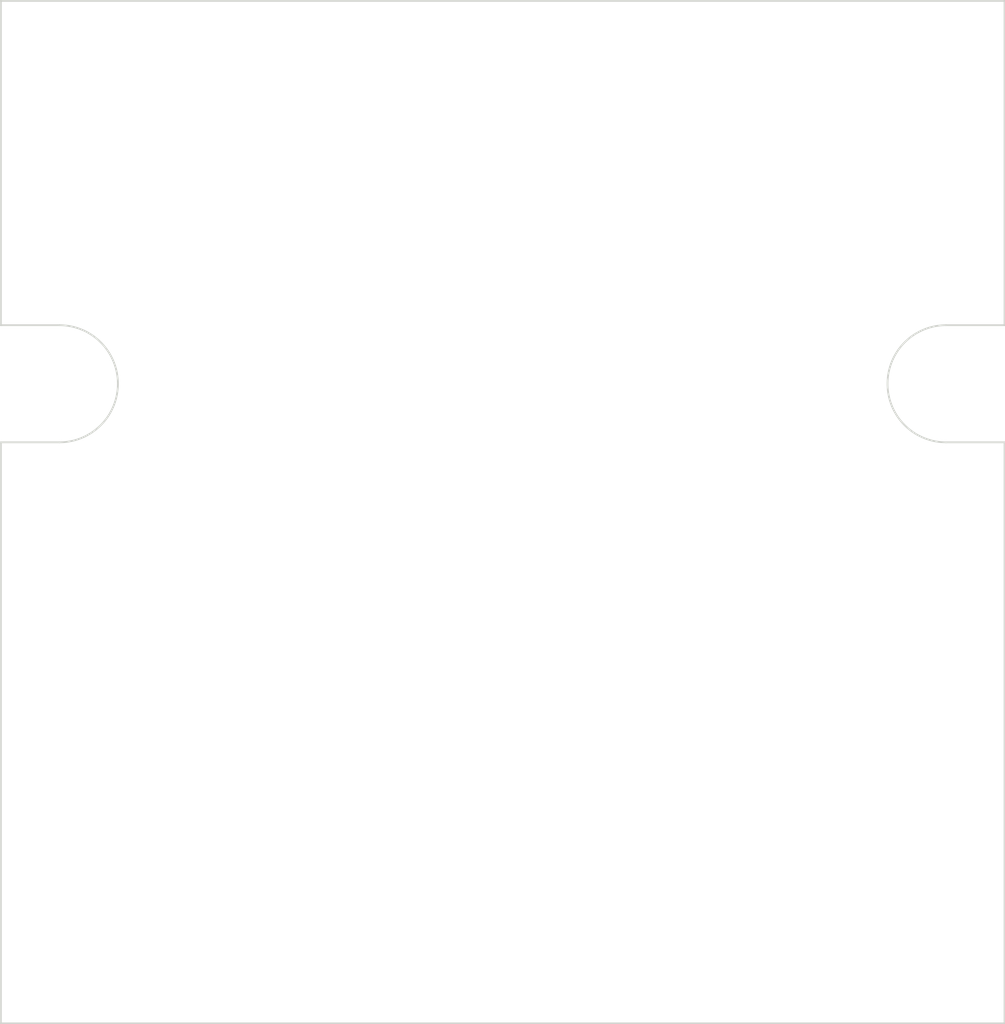
<source format=kicad_pcb>
(kicad_pcb (version 20240108) (generator "pcbnew") (generator_version "8.0")
  (title_block (title "Enter Title On Page Setting Dialog") (rev "1") (company "Ashton Johnson"))
  (layers (0 "F.Cu" signal) (31 "B.Cu" signal) (35 "F.Paste" user) (36 "B.SilkS" user "B.Silkscreen") (37 "F.SilkS" user "F.Silkscreen") (38 "B.Mask" user) (39 "F.Mask" user) (44 "Edge.Cuts" user))
  (net 0 "")
  (footprint "MountingHole:MountingHole_3.2mm_M3_ISO7380" (layer "F.Cu") (at 142.418 85.268)
    (property "Reference" "MH4" (hide yes))
    (property "Value" "MountingHole_3.2mm_M3_ISO7380" (hide yes))
    (pad "" np_thru_hole circle (at 0 0) (size 3.2 3.2) (drill 3.2) (layers "*.Cu" "*.Mask"))
  )
  (footprint "MountingHole:MountingHole_3.2mm_M3_ISO7380" (layer "F.Cu") (at 114.224 85.268)
    (property "Reference" "MH2" (hide yes))
    (property "Value" "MountingHole_3.2mm_M3_ISO7380" (hide yes))
    (pad "" np_thru_hole circle (at 0 0) (size 3.2 3.2) (drill 3.2) (layers "*.Cu" "*.Mask"))
  )
  (footprint "MountingHole:MountingHole_3.2mm_M3_ISO7380" (layer "F.Cu") (at 142.418 57.074)
    (property "Reference" "MH3" (hide yes))
    (property "Value" "MountingHole_3.2mm_M3_ISO7380" (hide yes))
    (pad "" np_thru_hole circle (at 0 0) (size 3.2 3.2) (drill 3.2) (layers "*.Cu" "*.Mask"))
  )
  (footprint "MountingHole:MountingHole_3.2mm_M3_ISO7380" (layer "F.Cu") (at 114.224 57.074)
    (property "Reference" "MH1" (hide yes))
    (property "Value" "MountingHole_3.2mm_M3_ISO7380" (hide yes))
    (pad "" np_thru_hole circle (at 0 0) (size 3.2 3.2) (drill 3.2) (layers "*.Cu" "*.Mask"))
  )
  (gr_line (start 100 60.63) (end 100 42.342) (stroke (width 0.1)) (layer "Edge.Cuts"))
  (gr_arc (start 153.34 67.234) (mid 150.038 63.932) (end 153.34 60.63) (stroke (width 0.1)) (layer "Edge.Cuts"))
  (gr_line (start 156.642 60.63) (end 156.642 42.342) (stroke (width 0.1)) (layer "Edge.Cuts"))
  (gr_line (start 100 100) (end 156.642 100) (stroke (width 0.1)) (layer "Edge.Cuts"))
  (gr_line (start 103.302 67.234) (end 100 67.234) (stroke (width 0.1)) (layer "Edge.Cuts"))
  (gr_arc (start 103.302 60.63) (mid 106.604 63.932) (end 103.302 67.234) (stroke (width 0.1)) (layer "Edge.Cuts"))
  (gr_line (start 153.34 67.234) (end 156.642 67.234) (stroke (width 0.1)) (layer "Edge.Cuts"))
  (gr_line (start 103.302 60.63) (end 100 60.63) (stroke (width 0.1)) (layer "Edge.Cuts"))
  (gr_line (start 100 67.234) (end 100 100) (stroke (width 0.1)) (layer "Edge.Cuts"))
  (gr_line (start 156.642 42.342) (end 100 42.342) (stroke (width 0.1)) (layer "Edge.Cuts"))
  (gr_line (start 153.34 60.63) (end 156.642 60.63) (stroke (width 0.1)) (layer "Edge.Cuts"))
  (gr_line (start 156.642 100) (end 156.642 67.234) (stroke (width 0.1)) (layer "Edge.Cuts"))
)
</source>
